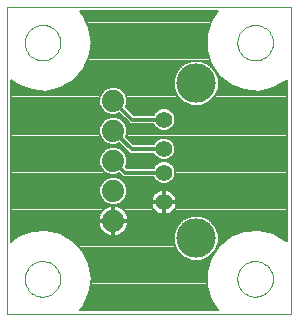
<source format=gbl>
G75*
G70*
%OFA0B0*%
%FSLAX24Y24*%
%IPPOS*%
%LPD*%
%AMOC8*
5,1,8,0,0,1.08239X$1,22.5*
%
%ADD10C,0.0000*%
%ADD11C,0.0740*%
%ADD12C,0.0560*%
%ADD13C,0.1310*%
%ADD14C,0.0120*%
%ADD15C,0.0070*%
D10*
X005590Y003256D02*
X005590Y013492D01*
X015039Y013492D01*
X015039Y003256D01*
X005590Y003256D01*
X006180Y004437D02*
X006182Y004485D01*
X006188Y004533D01*
X006198Y004580D01*
X006211Y004626D01*
X006229Y004671D01*
X006249Y004715D01*
X006274Y004757D01*
X006302Y004796D01*
X006332Y004833D01*
X006366Y004867D01*
X006403Y004899D01*
X006441Y004928D01*
X006482Y004953D01*
X006525Y004975D01*
X006570Y004993D01*
X006616Y005007D01*
X006663Y005018D01*
X006711Y005025D01*
X006759Y005028D01*
X006807Y005027D01*
X006855Y005022D01*
X006903Y005013D01*
X006949Y005001D01*
X006994Y004984D01*
X007038Y004964D01*
X007080Y004941D01*
X007120Y004914D01*
X007158Y004884D01*
X007193Y004851D01*
X007225Y004815D01*
X007255Y004777D01*
X007281Y004736D01*
X007303Y004693D01*
X007323Y004649D01*
X007338Y004604D01*
X007350Y004557D01*
X007358Y004509D01*
X007362Y004461D01*
X007362Y004413D01*
X007358Y004365D01*
X007350Y004317D01*
X007338Y004270D01*
X007323Y004225D01*
X007303Y004181D01*
X007281Y004138D01*
X007255Y004097D01*
X007225Y004059D01*
X007193Y004023D01*
X007158Y003990D01*
X007120Y003960D01*
X007080Y003933D01*
X007038Y003910D01*
X006994Y003890D01*
X006949Y003873D01*
X006903Y003861D01*
X006855Y003852D01*
X006807Y003847D01*
X006759Y003846D01*
X006711Y003849D01*
X006663Y003856D01*
X006616Y003867D01*
X006570Y003881D01*
X006525Y003899D01*
X006482Y003921D01*
X006441Y003946D01*
X006403Y003975D01*
X006366Y004007D01*
X006332Y004041D01*
X006302Y004078D01*
X006274Y004117D01*
X006249Y004159D01*
X006229Y004203D01*
X006211Y004248D01*
X006198Y004294D01*
X006188Y004341D01*
X006182Y004389D01*
X006180Y004437D01*
X013267Y004437D02*
X013269Y004485D01*
X013275Y004533D01*
X013285Y004580D01*
X013298Y004626D01*
X013316Y004671D01*
X013336Y004715D01*
X013361Y004757D01*
X013389Y004796D01*
X013419Y004833D01*
X013453Y004867D01*
X013490Y004899D01*
X013528Y004928D01*
X013569Y004953D01*
X013612Y004975D01*
X013657Y004993D01*
X013703Y005007D01*
X013750Y005018D01*
X013798Y005025D01*
X013846Y005028D01*
X013894Y005027D01*
X013942Y005022D01*
X013990Y005013D01*
X014036Y005001D01*
X014081Y004984D01*
X014125Y004964D01*
X014167Y004941D01*
X014207Y004914D01*
X014245Y004884D01*
X014280Y004851D01*
X014312Y004815D01*
X014342Y004777D01*
X014368Y004736D01*
X014390Y004693D01*
X014410Y004649D01*
X014425Y004604D01*
X014437Y004557D01*
X014445Y004509D01*
X014449Y004461D01*
X014449Y004413D01*
X014445Y004365D01*
X014437Y004317D01*
X014425Y004270D01*
X014410Y004225D01*
X014390Y004181D01*
X014368Y004138D01*
X014342Y004097D01*
X014312Y004059D01*
X014280Y004023D01*
X014245Y003990D01*
X014207Y003960D01*
X014167Y003933D01*
X014125Y003910D01*
X014081Y003890D01*
X014036Y003873D01*
X013990Y003861D01*
X013942Y003852D01*
X013894Y003847D01*
X013846Y003846D01*
X013798Y003849D01*
X013750Y003856D01*
X013703Y003867D01*
X013657Y003881D01*
X013612Y003899D01*
X013569Y003921D01*
X013528Y003946D01*
X013490Y003975D01*
X013453Y004007D01*
X013419Y004041D01*
X013389Y004078D01*
X013361Y004117D01*
X013336Y004159D01*
X013316Y004203D01*
X013298Y004248D01*
X013285Y004294D01*
X013275Y004341D01*
X013269Y004389D01*
X013267Y004437D01*
X013267Y012311D02*
X013269Y012359D01*
X013275Y012407D01*
X013285Y012454D01*
X013298Y012500D01*
X013316Y012545D01*
X013336Y012589D01*
X013361Y012631D01*
X013389Y012670D01*
X013419Y012707D01*
X013453Y012741D01*
X013490Y012773D01*
X013528Y012802D01*
X013569Y012827D01*
X013612Y012849D01*
X013657Y012867D01*
X013703Y012881D01*
X013750Y012892D01*
X013798Y012899D01*
X013846Y012902D01*
X013894Y012901D01*
X013942Y012896D01*
X013990Y012887D01*
X014036Y012875D01*
X014081Y012858D01*
X014125Y012838D01*
X014167Y012815D01*
X014207Y012788D01*
X014245Y012758D01*
X014280Y012725D01*
X014312Y012689D01*
X014342Y012651D01*
X014368Y012610D01*
X014390Y012567D01*
X014410Y012523D01*
X014425Y012478D01*
X014437Y012431D01*
X014445Y012383D01*
X014449Y012335D01*
X014449Y012287D01*
X014445Y012239D01*
X014437Y012191D01*
X014425Y012144D01*
X014410Y012099D01*
X014390Y012055D01*
X014368Y012012D01*
X014342Y011971D01*
X014312Y011933D01*
X014280Y011897D01*
X014245Y011864D01*
X014207Y011834D01*
X014167Y011807D01*
X014125Y011784D01*
X014081Y011764D01*
X014036Y011747D01*
X013990Y011735D01*
X013942Y011726D01*
X013894Y011721D01*
X013846Y011720D01*
X013798Y011723D01*
X013750Y011730D01*
X013703Y011741D01*
X013657Y011755D01*
X013612Y011773D01*
X013569Y011795D01*
X013528Y011820D01*
X013490Y011849D01*
X013453Y011881D01*
X013419Y011915D01*
X013389Y011952D01*
X013361Y011991D01*
X013336Y012033D01*
X013316Y012077D01*
X013298Y012122D01*
X013285Y012168D01*
X013275Y012215D01*
X013269Y012263D01*
X013267Y012311D01*
X006180Y012311D02*
X006182Y012359D01*
X006188Y012407D01*
X006198Y012454D01*
X006211Y012500D01*
X006229Y012545D01*
X006249Y012589D01*
X006274Y012631D01*
X006302Y012670D01*
X006332Y012707D01*
X006366Y012741D01*
X006403Y012773D01*
X006441Y012802D01*
X006482Y012827D01*
X006525Y012849D01*
X006570Y012867D01*
X006616Y012881D01*
X006663Y012892D01*
X006711Y012899D01*
X006759Y012902D01*
X006807Y012901D01*
X006855Y012896D01*
X006903Y012887D01*
X006949Y012875D01*
X006994Y012858D01*
X007038Y012838D01*
X007080Y012815D01*
X007120Y012788D01*
X007158Y012758D01*
X007193Y012725D01*
X007225Y012689D01*
X007255Y012651D01*
X007281Y012610D01*
X007303Y012567D01*
X007323Y012523D01*
X007338Y012478D01*
X007350Y012431D01*
X007358Y012383D01*
X007362Y012335D01*
X007362Y012287D01*
X007358Y012239D01*
X007350Y012191D01*
X007338Y012144D01*
X007323Y012099D01*
X007303Y012055D01*
X007281Y012012D01*
X007255Y011971D01*
X007225Y011933D01*
X007193Y011897D01*
X007158Y011864D01*
X007120Y011834D01*
X007080Y011807D01*
X007038Y011784D01*
X006994Y011764D01*
X006949Y011747D01*
X006903Y011735D01*
X006855Y011726D01*
X006807Y011721D01*
X006759Y011720D01*
X006711Y011723D01*
X006663Y011730D01*
X006616Y011741D01*
X006570Y011755D01*
X006525Y011773D01*
X006482Y011795D01*
X006441Y011820D01*
X006403Y011849D01*
X006366Y011881D01*
X006332Y011915D01*
X006302Y011952D01*
X006274Y011991D01*
X006249Y012033D01*
X006229Y012077D01*
X006211Y012122D01*
X006198Y012168D01*
X006188Y012215D01*
X006182Y012263D01*
X006180Y012311D01*
D11*
X009134Y010374D03*
X009134Y009374D03*
X009134Y008374D03*
X009134Y007374D03*
X009134Y006374D03*
D12*
X010819Y006999D03*
X010819Y007979D03*
X010819Y008769D03*
X010819Y009749D03*
D13*
X011889Y010959D03*
X011889Y005789D03*
D14*
X010819Y007979D02*
X009529Y007979D01*
X009134Y008374D01*
X009739Y008769D02*
X010819Y008769D01*
X010819Y009749D02*
X009759Y009749D01*
X009134Y010374D01*
X009134Y009374D02*
X009739Y008769D01*
D15*
X009655Y008633D02*
X009529Y008633D01*
X009528Y008637D02*
X009397Y008768D01*
X009226Y008839D01*
X009041Y008839D01*
X008870Y008768D01*
X008739Y008637D01*
X008669Y008466D01*
X008669Y008281D01*
X008739Y008110D01*
X008870Y007979D01*
X009041Y007909D01*
X009226Y007909D01*
X009334Y007954D01*
X009374Y007914D01*
X009464Y007824D01*
X010478Y007824D01*
X010502Y007766D01*
X010607Y007661D01*
X010745Y007604D01*
X010894Y007604D01*
X011032Y007661D01*
X011137Y007766D01*
X011194Y007904D01*
X011194Y008053D01*
X011137Y008191D01*
X011032Y008297D01*
X010894Y008354D01*
X010745Y008354D01*
X010607Y008297D01*
X010502Y008191D01*
X010478Y008134D01*
X009593Y008134D01*
X009554Y008173D01*
X009599Y008281D01*
X009599Y008466D01*
X009528Y008637D01*
X009558Y008565D02*
X010498Y008565D01*
X010502Y008556D02*
X010607Y008451D01*
X010745Y008394D01*
X010894Y008394D01*
X011032Y008451D01*
X011137Y008556D01*
X011194Y008694D01*
X011194Y008843D01*
X011137Y008981D01*
X011032Y009087D01*
X010894Y009144D01*
X010745Y009144D01*
X010607Y009087D01*
X010502Y008981D01*
X010478Y008924D01*
X009803Y008924D01*
X009554Y009173D01*
X009599Y009281D01*
X009599Y009466D01*
X009528Y009637D01*
X009397Y009768D01*
X009226Y009839D01*
X009041Y009839D01*
X008870Y009768D01*
X008739Y009637D01*
X008669Y009466D01*
X008669Y009281D01*
X008739Y009110D01*
X008870Y008979D01*
X009041Y008909D01*
X009226Y008909D01*
X009334Y008954D01*
X009584Y008704D01*
X009674Y008614D01*
X010478Y008614D01*
X010502Y008556D01*
X010562Y008496D02*
X009586Y008496D01*
X009599Y008428D02*
X010663Y008428D01*
X010601Y008291D02*
X009599Y008291D01*
X009599Y008359D02*
X014904Y008359D01*
X014904Y008291D02*
X011038Y008291D01*
X011106Y008222D02*
X014904Y008222D01*
X014904Y008154D02*
X011153Y008154D01*
X011181Y008085D02*
X014904Y008085D01*
X014904Y008017D02*
X011194Y008017D01*
X011194Y007948D02*
X014904Y007948D01*
X014904Y007880D02*
X011184Y007880D01*
X011156Y007811D02*
X014904Y007811D01*
X014904Y007743D02*
X011114Y007743D01*
X011045Y007674D02*
X014904Y007674D01*
X014904Y007606D02*
X010899Y007606D01*
X010740Y007606D02*
X009541Y007606D01*
X009528Y007637D02*
X009397Y007768D01*
X009226Y007839D01*
X009041Y007839D01*
X008870Y007768D01*
X008739Y007637D01*
X008669Y007466D01*
X008669Y007281D01*
X008739Y007110D01*
X008870Y006979D01*
X009041Y006909D01*
X009226Y006909D01*
X009397Y006979D01*
X009528Y007110D01*
X009599Y007281D01*
X009599Y007466D01*
X009528Y007637D01*
X009491Y007674D02*
X010594Y007674D01*
X010525Y007743D02*
X009422Y007743D01*
X009408Y007880D02*
X005725Y007880D01*
X005725Y007948D02*
X008946Y007948D01*
X008833Y008017D02*
X005725Y008017D01*
X005725Y008085D02*
X008764Y008085D01*
X008721Y008154D02*
X005725Y008154D01*
X005725Y008222D02*
X008693Y008222D01*
X008669Y008291D02*
X005725Y008291D01*
X005725Y008359D02*
X008669Y008359D01*
X008669Y008428D02*
X005725Y008428D01*
X005725Y008496D02*
X008681Y008496D01*
X008709Y008565D02*
X005725Y008565D01*
X005725Y008633D02*
X008738Y008633D01*
X008804Y008702D02*
X005725Y008702D01*
X005725Y008770D02*
X008876Y008770D01*
X008879Y008976D02*
X005725Y008976D01*
X005725Y009044D02*
X008805Y009044D01*
X008738Y009113D02*
X005725Y009113D01*
X005725Y009181D02*
X008710Y009181D01*
X008682Y009250D02*
X005725Y009250D01*
X005725Y009318D02*
X008669Y009318D01*
X008669Y009387D02*
X005725Y009387D01*
X005725Y009455D02*
X008669Y009455D01*
X008692Y009524D02*
X005725Y009524D01*
X005725Y009592D02*
X008721Y009592D01*
X008763Y009661D02*
X005725Y009661D01*
X005725Y009729D02*
X008831Y009729D01*
X008942Y009798D02*
X005725Y009798D01*
X005725Y009866D02*
X009422Y009866D01*
X009490Y009798D02*
X009325Y009798D01*
X009436Y009729D02*
X009559Y009729D01*
X009604Y009684D02*
X009334Y009954D01*
X009226Y009909D01*
X009041Y009909D01*
X008870Y009979D01*
X008739Y010110D01*
X008669Y010281D01*
X008669Y010466D01*
X008739Y010637D01*
X008870Y010768D01*
X009041Y010839D01*
X009226Y010839D01*
X009397Y010768D01*
X009528Y010637D01*
X009599Y010466D01*
X009599Y010281D01*
X009554Y010173D01*
X009823Y009904D01*
X010478Y009904D01*
X010502Y009961D01*
X010607Y010067D01*
X010745Y010124D01*
X010894Y010124D01*
X011032Y010067D01*
X011137Y009961D01*
X011194Y009823D01*
X011194Y009674D01*
X011137Y009536D01*
X011032Y009431D01*
X010894Y009374D01*
X010745Y009374D01*
X010607Y009431D01*
X010502Y009536D01*
X010478Y009594D01*
X009694Y009594D01*
X009604Y009684D01*
X009627Y009661D02*
X009504Y009661D01*
X009546Y009592D02*
X010478Y009592D01*
X010514Y009524D02*
X009575Y009524D01*
X009599Y009455D02*
X010583Y009455D01*
X010713Y009387D02*
X009599Y009387D01*
X009599Y009318D02*
X014904Y009318D01*
X014904Y009250D02*
X009585Y009250D01*
X009557Y009181D02*
X014904Y009181D01*
X014904Y009113D02*
X010969Y009113D01*
X011074Y009044D02*
X014904Y009044D01*
X014904Y008976D02*
X011140Y008976D01*
X011168Y008907D02*
X014904Y008907D01*
X014904Y008839D02*
X011194Y008839D01*
X011194Y008770D02*
X014904Y008770D01*
X014904Y008702D02*
X011194Y008702D01*
X011169Y008633D02*
X014904Y008633D01*
X014904Y008565D02*
X011141Y008565D01*
X011077Y008496D02*
X014904Y008496D01*
X014904Y008428D02*
X010976Y008428D01*
X010533Y008222D02*
X009574Y008222D01*
X009573Y008154D02*
X010486Y008154D01*
X010483Y007811D02*
X009292Y007811D01*
X009321Y007948D02*
X009340Y007948D01*
X008975Y007811D02*
X005725Y007811D01*
X005725Y007743D02*
X008845Y007743D01*
X008776Y007674D02*
X005725Y007674D01*
X005725Y007606D02*
X008726Y007606D01*
X008698Y007537D02*
X005725Y007537D01*
X005725Y007469D02*
X008670Y007469D01*
X008669Y007400D02*
X005725Y007400D01*
X005725Y007332D02*
X008669Y007332D01*
X008676Y007263D02*
X005725Y007263D01*
X005725Y007195D02*
X008704Y007195D01*
X008733Y007126D02*
X005725Y007126D01*
X005725Y007058D02*
X008792Y007058D01*
X008860Y006989D02*
X005725Y006989D01*
X005725Y006921D02*
X009012Y006921D01*
X009015Y006866D02*
X008940Y006842D01*
X008869Y006806D01*
X008805Y006759D01*
X008748Y006703D01*
X008702Y006638D01*
X008666Y006567D01*
X008641Y006492D01*
X008629Y006413D01*
X008629Y006409D01*
X009099Y006409D01*
X009099Y006879D01*
X009094Y006879D01*
X009015Y006866D01*
X008972Y006852D02*
X005725Y006852D01*
X005725Y006784D02*
X008839Y006784D01*
X008761Y006715D02*
X005725Y006715D01*
X005725Y006647D02*
X008708Y006647D01*
X008671Y006578D02*
X005725Y006578D01*
X005725Y006510D02*
X008647Y006510D01*
X008633Y006441D02*
X005725Y006441D01*
X005725Y006373D02*
X009099Y006373D01*
X009099Y006339D02*
X009099Y006409D01*
X009169Y006409D01*
X009639Y006409D01*
X009639Y006413D01*
X009626Y006492D01*
X009602Y006567D01*
X009565Y006638D01*
X009519Y006703D01*
X009463Y006759D01*
X009398Y006806D01*
X009327Y006842D01*
X009252Y006866D01*
X009173Y006879D01*
X009169Y006879D01*
X009169Y006409D01*
X009169Y006339D01*
X009639Y006339D01*
X009639Y006334D01*
X009626Y006255D01*
X009602Y006180D01*
X009565Y006109D01*
X009519Y006045D01*
X009463Y005988D01*
X009398Y005942D01*
X009327Y005906D01*
X009252Y005881D01*
X009173Y005869D01*
X009169Y005869D01*
X009169Y006339D01*
X009099Y006339D01*
X009099Y005869D01*
X009094Y005869D01*
X009015Y005881D01*
X008940Y005906D01*
X008869Y005942D01*
X008805Y005988D01*
X008748Y006045D01*
X008702Y006109D01*
X008666Y006180D01*
X008641Y006255D01*
X008629Y006334D01*
X008629Y006339D01*
X009099Y006339D01*
X009099Y006304D02*
X009169Y006304D01*
X009169Y006236D02*
X009099Y006236D01*
X009099Y006167D02*
X009169Y006167D01*
X009169Y006099D02*
X009099Y006099D01*
X009099Y006030D02*
X009169Y006030D01*
X009169Y005962D02*
X009099Y005962D01*
X009099Y005893D02*
X009169Y005893D01*
X009289Y005893D02*
X011139Y005893D01*
X011139Y005938D02*
X011139Y005639D01*
X011254Y005364D01*
X011465Y005153D01*
X011740Y005039D01*
X012039Y005039D01*
X012314Y005153D01*
X012525Y005364D01*
X012639Y005639D01*
X012639Y005938D01*
X012525Y006213D01*
X012314Y006424D01*
X012039Y006539D01*
X011740Y006539D01*
X011465Y006424D01*
X011254Y006213D01*
X011139Y005938D01*
X011149Y005962D02*
X009426Y005962D01*
X009504Y006030D02*
X011178Y006030D01*
X011206Y006099D02*
X009558Y006099D01*
X009595Y006167D02*
X011234Y006167D01*
X011276Y006236D02*
X009620Y006236D01*
X009634Y006304D02*
X011344Y006304D01*
X011413Y006373D02*
X009169Y006373D01*
X009169Y006441D02*
X009099Y006441D01*
X009099Y006510D02*
X009169Y006510D01*
X009169Y006578D02*
X009099Y006578D01*
X009099Y006647D02*
X009169Y006647D01*
X009169Y006715D02*
X009099Y006715D01*
X009099Y006784D02*
X009169Y006784D01*
X009169Y006852D02*
X009099Y006852D01*
X009255Y006921D02*
X010412Y006921D01*
X010415Y006901D02*
X010435Y006839D01*
X010464Y006781D01*
X010503Y006728D01*
X010549Y006682D01*
X010602Y006644D01*
X010660Y006614D01*
X010722Y006594D01*
X010784Y006584D01*
X010784Y006964D01*
X010405Y006964D01*
X010415Y006901D01*
X010431Y006852D02*
X009295Y006852D01*
X009428Y006784D02*
X010463Y006784D01*
X010516Y006715D02*
X009506Y006715D01*
X009559Y006647D02*
X010598Y006647D01*
X010784Y006647D02*
X010854Y006647D01*
X010854Y006584D02*
X010917Y006594D01*
X010979Y006614D01*
X011037Y006644D01*
X011090Y006682D01*
X011136Y006728D01*
X011174Y006781D01*
X011204Y006839D01*
X011224Y006901D01*
X011234Y006964D01*
X010854Y006964D01*
X010854Y006584D01*
X010854Y006715D02*
X010784Y006715D01*
X010784Y006784D02*
X010854Y006784D01*
X010854Y006852D02*
X010784Y006852D01*
X010784Y006921D02*
X010854Y006921D01*
X010854Y006964D02*
X010784Y006964D01*
X010784Y007034D01*
X010784Y007413D01*
X010722Y007403D01*
X010660Y007383D01*
X010602Y007354D01*
X010549Y007315D01*
X010503Y007269D01*
X010464Y007216D01*
X010435Y007158D01*
X010415Y007096D01*
X010405Y007034D01*
X010784Y007034D01*
X010854Y007034D01*
X010854Y007413D01*
X010917Y007403D01*
X010979Y007383D01*
X011037Y007354D01*
X011090Y007315D01*
X011136Y007269D01*
X011174Y007216D01*
X011204Y007158D01*
X011224Y007096D01*
X011234Y007034D01*
X010854Y007034D01*
X010854Y006964D01*
X010854Y006989D02*
X014904Y006989D01*
X014904Y006921D02*
X011227Y006921D01*
X011208Y006852D02*
X014904Y006852D01*
X014904Y006784D02*
X011176Y006784D01*
X011123Y006715D02*
X014904Y006715D01*
X014904Y006647D02*
X011041Y006647D01*
X010784Y006989D02*
X009407Y006989D01*
X009475Y007058D02*
X010409Y007058D01*
X010425Y007126D02*
X009534Y007126D01*
X009563Y007195D02*
X010454Y007195D01*
X010499Y007263D02*
X009591Y007263D01*
X009599Y007332D02*
X010572Y007332D01*
X010712Y007400D02*
X009599Y007400D01*
X009597Y007469D02*
X014904Y007469D01*
X014904Y007537D02*
X009569Y007537D01*
X009596Y006578D02*
X014904Y006578D01*
X014904Y006510D02*
X012109Y006510D01*
X012274Y006441D02*
X014904Y006441D01*
X014904Y006373D02*
X012366Y006373D01*
X012435Y006304D02*
X014904Y006304D01*
X014904Y006236D02*
X012503Y006236D01*
X012544Y006167D02*
X014904Y006167D01*
X014904Y006099D02*
X012573Y006099D01*
X012601Y006030D02*
X013493Y006030D01*
X013494Y006031D02*
X013040Y005853D01*
X012659Y005549D01*
X012385Y005146D01*
X012241Y004680D01*
X012241Y004193D01*
X012385Y003727D01*
X012614Y003391D01*
X008006Y003391D01*
X008122Y003516D01*
X008334Y003955D01*
X008406Y004437D01*
X008334Y004919D01*
X008122Y005358D01*
X007791Y005715D01*
X007791Y005715D01*
X007369Y005959D01*
X006894Y006067D01*
X006894Y006067D01*
X006408Y006031D01*
X006408Y006031D01*
X005954Y005853D01*
X005725Y005670D01*
X005725Y011077D01*
X005954Y010895D01*
X006408Y010717D01*
X006894Y010680D01*
X007369Y010789D01*
X007791Y011032D01*
X007791Y011032D01*
X007791Y011032D01*
X008122Y011390D01*
X008334Y011829D01*
X008406Y012311D01*
X008334Y012793D01*
X008122Y013232D01*
X008006Y013357D01*
X012614Y013357D01*
X012385Y013020D01*
X012241Y012554D01*
X012241Y012067D01*
X012385Y011601D01*
X012659Y011199D01*
X012659Y011199D01*
X012659Y011199D01*
X013040Y010895D01*
X013494Y010717D01*
X013980Y010680D01*
X013980Y010680D01*
X014455Y010789D01*
X014455Y010789D01*
X014877Y011032D01*
X014877Y011032D01*
X014877Y011032D01*
X014904Y011061D01*
X014904Y005686D01*
X014877Y005715D01*
X014455Y005959D01*
X013980Y006067D01*
X013980Y006067D01*
X013494Y006031D01*
X013494Y006031D01*
X013318Y005962D02*
X012630Y005962D01*
X012639Y005893D02*
X013144Y005893D01*
X013040Y005853D02*
X013040Y005853D01*
X013005Y005825D02*
X012639Y005825D01*
X012639Y005756D02*
X012920Y005756D01*
X012834Y005688D02*
X012639Y005688D01*
X012631Y005619D02*
X012748Y005619D01*
X012662Y005551D02*
X012603Y005551D01*
X012659Y005549D02*
X012659Y005549D01*
X012659Y005549D01*
X012614Y005482D02*
X012574Y005482D01*
X012567Y005414D02*
X012546Y005414D01*
X012521Y005345D02*
X012507Y005345D01*
X012474Y005277D02*
X012438Y005277D01*
X012427Y005208D02*
X012370Y005208D01*
X012385Y005146D02*
X012385Y005146D01*
X012383Y005140D02*
X012282Y005140D01*
X012362Y005071D02*
X012117Y005071D01*
X012341Y005003D02*
X008293Y005003D01*
X008260Y005071D02*
X011662Y005071D01*
X011496Y005140D02*
X008227Y005140D01*
X008194Y005208D02*
X011409Y005208D01*
X011341Y005277D02*
X008161Y005277D01*
X008128Y005345D02*
X011272Y005345D01*
X011233Y005414D02*
X008070Y005414D01*
X008122Y005358D02*
X008122Y005358D01*
X008007Y005482D02*
X011205Y005482D01*
X011176Y005551D02*
X007943Y005551D01*
X007880Y005619D02*
X011148Y005619D01*
X011139Y005688D02*
X007816Y005688D01*
X007719Y005756D02*
X011139Y005756D01*
X011139Y005825D02*
X007601Y005825D01*
X007482Y005893D02*
X008978Y005893D01*
X008841Y005962D02*
X007355Y005962D01*
X007369Y005959D02*
X007369Y005959D01*
X007055Y006030D02*
X008763Y006030D01*
X008709Y006099D02*
X005725Y006099D01*
X005725Y006167D02*
X008672Y006167D01*
X008647Y006236D02*
X005725Y006236D01*
X005725Y006304D02*
X008633Y006304D01*
X009620Y006510D02*
X011670Y006510D01*
X011505Y006441D02*
X009634Y006441D01*
X010784Y007058D02*
X010854Y007058D01*
X010854Y007126D02*
X010784Y007126D01*
X010784Y007195D02*
X010854Y007195D01*
X010854Y007263D02*
X010784Y007263D01*
X010784Y007332D02*
X010854Y007332D01*
X010854Y007400D02*
X010784Y007400D01*
X010927Y007400D02*
X014904Y007400D01*
X014904Y007332D02*
X011067Y007332D01*
X011140Y007263D02*
X014904Y007263D01*
X014904Y007195D02*
X011185Y007195D01*
X011214Y007126D02*
X014904Y007126D01*
X014904Y007058D02*
X011230Y007058D01*
X009586Y008702D02*
X009463Y008702D01*
X009518Y008770D02*
X009391Y008770D01*
X009449Y008839D02*
X005725Y008839D01*
X005725Y008907D02*
X009381Y008907D01*
X009614Y009113D02*
X010670Y009113D01*
X010565Y009044D02*
X009682Y009044D01*
X009751Y008976D02*
X010499Y008976D01*
X010925Y009387D02*
X014904Y009387D01*
X014904Y009455D02*
X011056Y009455D01*
X011125Y009524D02*
X014904Y009524D01*
X014904Y009592D02*
X011161Y009592D01*
X011189Y009661D02*
X014904Y009661D01*
X014904Y009729D02*
X011194Y009729D01*
X011194Y009798D02*
X014904Y009798D01*
X014904Y009866D02*
X011177Y009866D01*
X011148Y009935D02*
X014904Y009935D01*
X014904Y010003D02*
X011095Y010003D01*
X011020Y010072D02*
X014904Y010072D01*
X014904Y010140D02*
X009586Y010140D01*
X009569Y010209D02*
X011740Y010209D01*
X012039Y010209D01*
X014904Y010209D01*
X014904Y010277D02*
X012204Y010277D01*
X012314Y010323D02*
X012525Y010534D01*
X012639Y010809D01*
X012639Y011108D01*
X012525Y011383D01*
X012314Y011594D01*
X012039Y011709D01*
X011740Y011709D01*
X011465Y011594D01*
X011254Y011383D01*
X011139Y011108D01*
X011139Y010809D01*
X011254Y010534D01*
X011465Y010323D01*
X011740Y010209D01*
X011575Y010277D02*
X009597Y010277D01*
X009599Y010346D02*
X011442Y010346D01*
X011373Y010414D02*
X009599Y010414D01*
X009592Y010483D02*
X011305Y010483D01*
X011246Y010551D02*
X009563Y010551D01*
X009535Y010620D02*
X011218Y010620D01*
X011190Y010688D02*
X009477Y010688D01*
X009408Y010757D02*
X011161Y010757D01*
X011139Y010825D02*
X009259Y010825D01*
X009008Y010825D02*
X007432Y010825D01*
X007369Y010789D02*
X007369Y010789D01*
X007228Y010757D02*
X008859Y010757D01*
X008790Y010688D02*
X006928Y010688D01*
X006894Y010680D02*
X006894Y010680D01*
X006788Y010688D02*
X005725Y010688D01*
X005725Y010620D02*
X008732Y010620D01*
X008704Y010551D02*
X005725Y010551D01*
X005725Y010483D02*
X008675Y010483D01*
X008669Y010414D02*
X005725Y010414D01*
X005725Y010346D02*
X008669Y010346D01*
X008670Y010277D02*
X005725Y010277D01*
X005725Y010209D02*
X008699Y010209D01*
X008727Y010140D02*
X005725Y010140D01*
X005725Y010072D02*
X008778Y010072D01*
X008846Y010003D02*
X005725Y010003D01*
X005725Y009935D02*
X008978Y009935D01*
X009289Y009935D02*
X009353Y009935D01*
X009655Y010072D02*
X010619Y010072D01*
X010544Y010003D02*
X009723Y010003D01*
X009792Y009935D02*
X010491Y009935D01*
X011139Y010894D02*
X007551Y010894D01*
X007669Y010962D02*
X011139Y010962D01*
X011139Y011031D02*
X007788Y011031D01*
X007853Y011099D02*
X011139Y011099D01*
X011164Y011168D02*
X007916Y011168D01*
X007980Y011236D02*
X011193Y011236D01*
X011221Y011305D02*
X008043Y011305D01*
X008107Y011373D02*
X011249Y011373D01*
X011312Y011442D02*
X008147Y011442D01*
X008122Y011390D02*
X008122Y011390D01*
X008180Y011510D02*
X011380Y011510D01*
X011449Y011579D02*
X008213Y011579D01*
X008246Y011647D02*
X011592Y011647D01*
X012187Y011647D02*
X012371Y011647D01*
X012385Y011601D02*
X012385Y011601D01*
X012400Y011579D02*
X012330Y011579D01*
X012399Y011510D02*
X012447Y011510D01*
X012467Y011442D02*
X012494Y011442D01*
X012530Y011373D02*
X012540Y011373D01*
X012558Y011305D02*
X012587Y011305D01*
X012586Y011236D02*
X012634Y011236D01*
X012615Y011168D02*
X012698Y011168D01*
X012639Y011099D02*
X012784Y011099D01*
X012870Y011031D02*
X012639Y011031D01*
X012639Y010962D02*
X012956Y010962D01*
X013040Y010895D02*
X013040Y010895D01*
X013043Y010894D02*
X012639Y010894D01*
X012639Y010825D02*
X013218Y010825D01*
X013392Y010757D02*
X012618Y010757D01*
X012589Y010688D02*
X013874Y010688D01*
X014015Y010688D02*
X014904Y010688D01*
X014904Y010620D02*
X012561Y010620D01*
X012532Y010551D02*
X014904Y010551D01*
X014904Y010483D02*
X012474Y010483D01*
X012406Y010414D02*
X014904Y010414D01*
X014904Y010346D02*
X012337Y010346D01*
X012314Y010323D02*
X012039Y010209D01*
X013494Y010717D02*
X013494Y010717D01*
X014315Y010757D02*
X014904Y010757D01*
X014904Y010825D02*
X014518Y010825D01*
X014637Y010894D02*
X014904Y010894D01*
X014904Y010962D02*
X014756Y010962D01*
X014874Y011031D02*
X014904Y011031D01*
X012363Y012949D02*
X008259Y012949D01*
X008226Y013017D02*
X012384Y013017D01*
X012385Y013020D02*
X012385Y013020D01*
X012430Y013086D02*
X008193Y013086D01*
X008160Y013154D02*
X012476Y013154D01*
X012523Y013223D02*
X008127Y013223D01*
X008122Y013232D02*
X008122Y013232D01*
X008067Y013291D02*
X012570Y013291D01*
X012342Y012880D02*
X008292Y012880D01*
X008324Y012812D02*
X012321Y012812D01*
X012299Y012743D02*
X008341Y012743D01*
X008334Y012793D02*
X008334Y012793D01*
X008351Y012675D02*
X012278Y012675D01*
X012257Y012606D02*
X008362Y012606D01*
X008372Y012538D02*
X012241Y012538D01*
X012241Y012469D02*
X008382Y012469D01*
X008393Y012401D02*
X012241Y012401D01*
X012241Y012332D02*
X008403Y012332D01*
X008399Y012264D02*
X012241Y012264D01*
X012241Y012195D02*
X008389Y012195D01*
X008379Y012127D02*
X012241Y012127D01*
X012244Y012058D02*
X008368Y012058D01*
X008358Y011990D02*
X012265Y011990D01*
X012286Y011921D02*
X008348Y011921D01*
X008337Y011853D02*
X012307Y011853D01*
X012328Y011784D02*
X008312Y011784D01*
X008334Y011829D02*
X008334Y011829D01*
X008279Y011716D02*
X012350Y011716D01*
X006408Y010717D02*
X006408Y010717D01*
X006306Y010757D02*
X005725Y010757D01*
X005725Y010825D02*
X006131Y010825D01*
X005956Y010894D02*
X005725Y010894D01*
X005725Y010962D02*
X005869Y010962D01*
X005954Y010895D02*
X005954Y010895D01*
X005783Y011031D02*
X005725Y011031D01*
X005725Y006030D02*
X006406Y006030D01*
X006232Y005962D02*
X005725Y005962D01*
X005725Y005893D02*
X006057Y005893D01*
X005919Y005825D02*
X005725Y005825D01*
X005725Y005756D02*
X005833Y005756D01*
X005747Y005688D02*
X005725Y005688D01*
X008212Y003701D02*
X012403Y003701D01*
X012385Y003727D02*
X012385Y003727D01*
X012372Y003770D02*
X008245Y003770D01*
X008278Y003838D02*
X012351Y003838D01*
X012330Y003907D02*
X008311Y003907D01*
X008334Y003955D02*
X008334Y003955D01*
X008337Y003975D02*
X012308Y003975D01*
X012287Y004044D02*
X008347Y004044D01*
X008357Y004112D02*
X012266Y004112D01*
X012245Y004181D02*
X008368Y004181D01*
X008378Y004249D02*
X012241Y004249D01*
X012241Y004318D02*
X008388Y004318D01*
X008399Y004386D02*
X012241Y004386D01*
X012241Y004455D02*
X008404Y004455D01*
X008393Y004523D02*
X012241Y004523D01*
X012241Y004592D02*
X008383Y004592D01*
X008373Y004660D02*
X012241Y004660D01*
X012256Y004729D02*
X008362Y004729D01*
X008352Y004797D02*
X012277Y004797D01*
X012298Y004866D02*
X008342Y004866D01*
X008334Y004919D02*
X008334Y004919D01*
X008326Y004934D02*
X012319Y004934D01*
X012449Y003633D02*
X008179Y003633D01*
X008146Y003564D02*
X012496Y003564D01*
X012543Y003496D02*
X008104Y003496D01*
X008122Y003516D02*
X008122Y003516D01*
X008040Y003427D02*
X012589Y003427D01*
X014687Y005825D02*
X014904Y005825D01*
X014904Y005893D02*
X014569Y005893D01*
X014442Y005962D02*
X014904Y005962D01*
X014904Y006030D02*
X014142Y006030D01*
X014806Y005756D02*
X014904Y005756D01*
X014903Y005688D02*
X014904Y005688D01*
M02*

</source>
